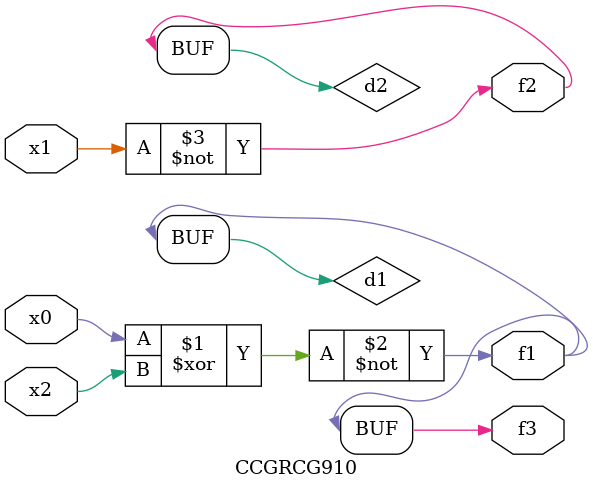
<source format=v>
module CCGRCG910(
	input x0, x1, x2,
	output f1, f2, f3
);

	wire d1, d2, d3;

	xnor (d1, x0, x2);
	nand (d2, x1);
	nor (d3, x1, x2);
	assign f1 = d1;
	assign f2 = d2;
	assign f3 = d1;
endmodule

</source>
